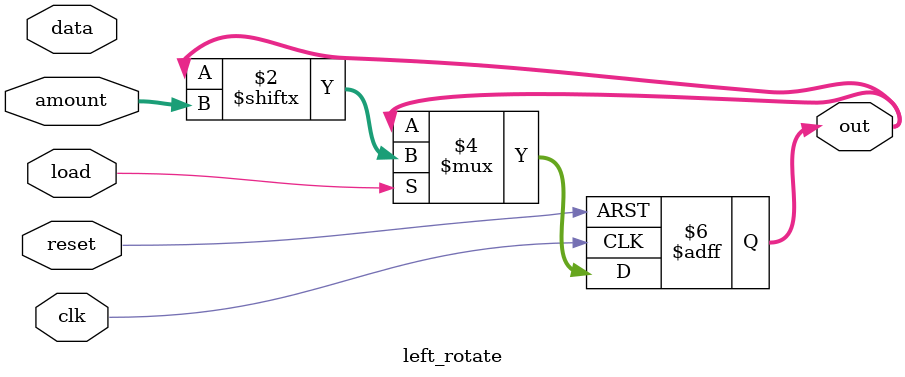
<source format=v>
module left_rotate(clk,reset,amount,data,load,out);
input clk,reset;
input [2:0] amount;
input [7:0] data;
input load;
output reg [7:0] out;
// when load is high, load data to out
// shift left and rotate the register out by amount bits

always@(posedge clk, posedge reset)
	if(reset) out <= 8'b0;
	else
	begin
	if (load)
	 out <= {data,out[7:amount]};
	else
	 out <= out;
	end

endmodule

</source>
